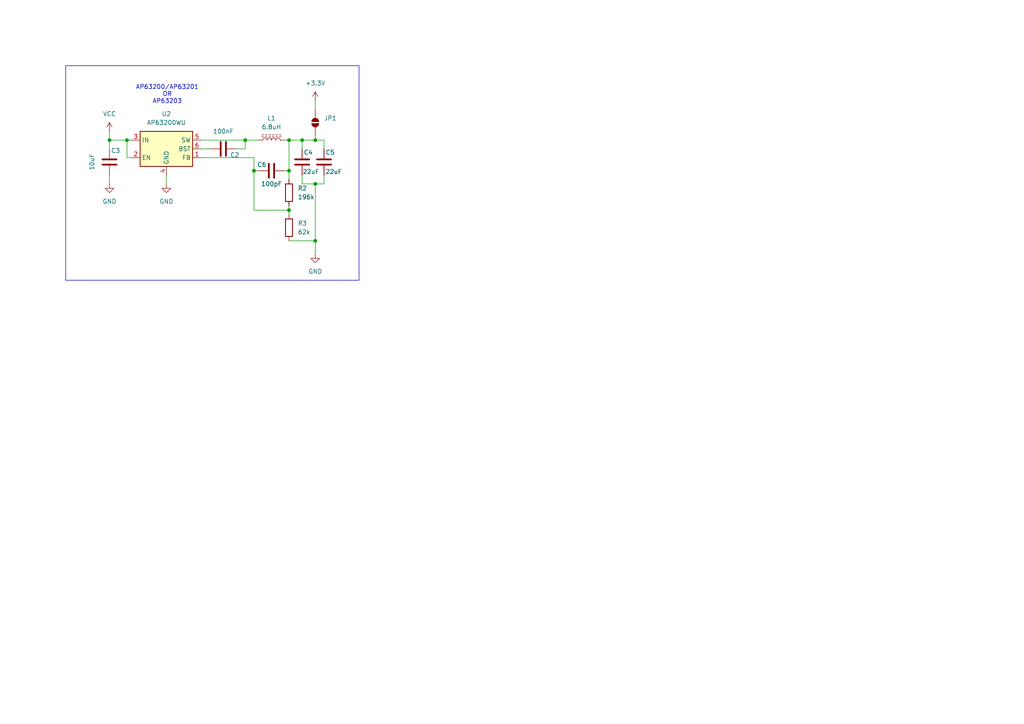
<source format=kicad_sch>
(kicad_sch (version 20250114) (generator "eeschema") (generator_version "9.0")
  (paper "A4")
  (lib_symbols
    (symbol "Device:C" (pin_numbers (hide yes)) (pin_names (offset 0.254))
      (property "Reference" "C" (at 0.635 2.54 0))
      (property "Value" "C" (at 0.635 -2.54 0))
      (symbol "C_0_1"
        (polyline (pts (xy -2.032 0.762) (xy 2.032 0.762)) (stroke (width 0.508)))
        (polyline (pts (xy -2.032 -0.762) (xy 2.032 -0.762)) (stroke (width 0.508)))
      )
      (symbol "C_1_1"
        (pin passive line (at 0 3.81 270) (length 2.794) (name "~") (number "1"))
        (pin passive line (at 0 -3.81 90) (length 2.794) (name "~") (number "2"))
      )
    )
    (symbol "Device:L_Ferrite" (pin_numbers (hide yes)) (pin_names (offset 1.016) (hide yes))
      (property "Reference" "L" (at -1.27 0 90))
      (property "Value" "L_Ferrite" (at 2.794 0 90))
      (symbol "L_Ferrite_0_1"
        (arc (start 0 2.54) (mid 0.6323 1.905) (end 0 1.27))
        (arc (start 0 1.27) (mid 0.6323 0.635) (end 0 0))
        (arc (start 0 0) (mid 0.6323 -0.635) (end 0 -1.27))
        (arc (start 0 -1.27) (mid 0.6323 -1.905) (end 0 -2.54))
        (polyline (pts (xy 1.016 2.286) (xy 1.016 2.794)))
        (polyline (pts (xy 1.016 1.27) (xy 1.016 1.778)))
        (polyline (pts (xy 1.016 0.254) (xy 1.016 0.762)))
        (polyline (pts (xy 1.016 -0.762) (xy 1.016 -0.254)))
        (polyline (pts (xy 1.016 -1.778) (xy 1.016 -1.27)))
        (polyline (pts (xy 1.016 -2.794) (xy 1.016 -2.286)))
        (polyline (pts (xy 1.524 2.794) (xy 1.524 2.286)))
        (polyline (pts (xy 1.524 1.778) (xy 1.524 1.27)))
        (polyline (pts (xy 1.524 0.762) (xy 1.524 0.254)))
        (polyline (pts (xy 1.524 -0.254) (xy 1.524 -0.762)))
        (polyline (pts (xy 1.524 -1.27) (xy 1.524 -1.778)))
        (polyline (pts (xy 1.524 -2.286) (xy 1.524 -2.794)))
      )
      (symbol "L_Ferrite_1_1"
        (pin passive line (at 0 3.81 270) (length 1.27) (name "1") (number "1"))
        (pin passive line (at 0 -3.81 90) (length 1.27) (name "2") (number "2"))
      )
    )
    (symbol "Device:R" (pin_numbers (hide yes)) (pin_names (offset 0))
      (property "Reference" "R" (at 2.032 0 90))
      (property "Value" "R" (at 0 0 90))
      (symbol "R_0_1"
        (rectangle (start -1.016 -2.54) (end 1.016 2.54) (stroke (width 0.254)))
      )
      (symbol "R_1_1"
        (pin passive line (at 0 3.81 270) (length 1.27) (name "~") (number "1"))
        (pin passive line (at 0 -3.81 90) (length 1.27) (name "~") (number "2"))
      )
    )
    (symbol "Jumper:SolderJumper_2_Open" (pin_numbers (hide yes)) (pin_names (offset 0) (hide yes)) (in_bom no)
      (property "Reference" "JP" (at 0 2.032 0))
      (property "Value" "SolderJumper_2_Open" (at 0 -2.54 0))
      (symbol "SolderJumper_2_Open_0_1"
        (polyline (pts (xy -0.254 1.016) (xy -0.254 -1.016)))
        (arc (start -0.254 -1.016) (mid -1.2656 0) (end -0.254 1.016))
        (arc (start -0.254 -1.016) (mid -1.2656 0) (end -0.254 1.016) (fill (type outline)))
        (arc (start 0.254 1.016) (mid 1.2656 0) (end 0.254 -1.016))
        (arc (start 0.254 1.016) (mid 1.2656 0) (end 0.254 -1.016) (fill (type outline)))
        (polyline (pts (xy 0.254 1.016) (xy 0.254 -1.016)))
      )
      (symbol "SolderJumper_2_Open_1_1"
        (pin passive line (at -3.81 0 0) (length 2.54) (name "A") (number "1"))
        (pin passive line (at 3.81 0 180) (length 2.54) (name "B") (number "2"))
      )
    )
    (symbol "Regulator_Switching:AP63200WU"
      (property "Reference" "U" (at -7.62 6.35 0))
      (property "Value" "AP63200WU" (at 2.54 6.35 0))
      (symbol "AP63200WU_0_1"
        (rectangle (start -7.62 5.08) (end 7.62 -5.08) (stroke (width 0.254)) (fill (type background)))
      )
      (symbol "AP63200WU_1_1"
        (pin power_in line (at -10.16 2.54 0) (length 2.54) (name "IN") (number "3"))
        (pin input line (at -10.16 -2.54 0) (length 2.54) (name "EN") (number "2"))
        (pin power_in line (at 0 -7.62 90) (length 2.54) (name "GND") (number "4"))
        (pin output line (at 10.16 2.54 180) (length 2.54) (name "SW") (number "5"))
        (pin passive line (at 10.16 0 180) (length 2.54) (name "BST") (number "6"))
        (pin input line (at 10.16 -2.54 180) (length 2.54) (name "FB") (number "1"))
      )
    )
    (symbol "power:+3.3V" (power) (pin_numbers (hide yes)) (pin_names (offset 0) (hide yes))
      (property "Value" "+3.3V" (at 0 3.556 0))
      (symbol "+3.3V_0_1"
        (polyline (pts (xy -0.762 1.27) (xy 0 2.54)))
        (polyline (pts (xy 0 2.54) (xy 0.762 1.27)))
        (polyline (pts (xy 0 0) (xy 0 2.54)))
      )
      (symbol "+3.3V_1_1"
        (pin power_in line (at 0 0 90) (length 0) (name "~") (number "1"))
      )
    )
    (symbol "power:GND" (power) (pin_numbers (hide yes)) (pin_names (offset 0) (hide yes))
      (property "Value" "GND" (at 0 -3.81 0))
      (symbol "GND_0_1"
        (polyline (pts (xy 0 0) (xy 0 -1.27) (xy 1.27 -1.27) (xy 0 -2.54) (xy -1.27 -1.27) (xy 0 -1.27)))
      )
      (symbol "GND_1_1"
        (pin power_in line (at 0 0 270) (length 0) (name "~") (number "1"))
      )
    )
    (symbol "power:VCC" (power) (pin_numbers (hide yes)) (pin_names (offset 0) (hide yes))
      (property "Value" "VCC" (at 0 3.556 0))
      (symbol "VCC_0_1"
        (polyline (pts (xy -0.762 1.27) (xy 0 2.54)))
        (polyline (pts (xy 0 2.54) (xy 0.762 1.27)))
        (polyline (pts (xy 0 0) (xy 0 2.54)))
      )
      (symbol "VCC_1_1"
        (pin power_in line (at 0 0 90) (length 0) (name "~") (number "1"))
      )
    )
  )
  (rectangle (start 19.05 19.05) (end 104.14 81.28))
  (text "AP63200/AP63201\nOR\nAP63203" (at 48.514 27.432 0) (effects (font (size 1.27 1.27))))
  (junction (at 83.82 40.64))
  (junction (at 91.44 69.85))
  (junction (at 31.75 40.64))
  (junction (at 91.44 40.64))
  (junction (at 73.66 49.53))
  (junction (at 36.83 40.64))
  (junction (at 91.44 53.34))
  (junction (at 71.12 40.64))
  (junction (at 83.82 49.53))
  (junction (at 83.82 60.96))
  (junction (at 87.63 40.64))
  (wire (pts (xy 83.82 60.96) (xy 83.82 62.23)))
  (wire (pts (xy 73.66 60.96) (xy 83.82 60.96)))
  (wire (pts (xy 87.63 53.34) (xy 87.63 50.8)))
  (wire (pts (xy 83.82 40.64) (xy 87.63 40.64)))
  (wire (pts (xy 36.83 45.72) (xy 36.83 40.64)))
  (wire (pts (xy 93.98 40.64) (xy 93.98 43.18)))
  (wire (pts (xy 91.44 40.64) (xy 93.98 40.64)))
  (wire (pts (xy 91.44 29.21) (xy 91.44 31.75)))
  (wire (pts (xy 31.75 50.8) (xy 31.75 53.34)))
  (wire (pts (xy 38.1 45.72) (xy 36.83 45.72)))
  (wire (pts (xy 58.42 45.72) (xy 73.66 45.72)))
  (wire (pts (xy 73.66 49.53) (xy 73.66 60.96)))
  (wire (pts (xy 71.12 40.64) (xy 74.93 40.64)))
  (wire (pts (xy 91.44 53.34) (xy 91.44 69.85)))
  (wire (pts (xy 73.66 45.72) (xy 73.66 49.53)))
  (wire (pts (xy 31.75 40.64) (xy 36.83 40.64)))
  (wire (pts (xy 83.82 40.64) (xy 83.82 49.53)))
  (wire (pts (xy 48.26 50.8) (xy 48.26 53.34)))
  (wire (pts (xy 73.66 49.53) (xy 74.93 49.53)))
  (wire (pts (xy 91.44 53.34) (xy 87.63 53.34)))
  (wire (pts (xy 82.55 40.64) (xy 83.82 40.64)))
  (wire (pts (xy 83.82 49.53) (xy 83.82 52.07)))
  (wire (pts (xy 93.98 53.34) (xy 91.44 53.34)))
  (wire (pts (xy 82.55 49.53) (xy 83.82 49.53)))
  (wire (pts (xy 83.82 69.85) (xy 91.44 69.85)))
  (wire (pts (xy 68.58 43.18) (xy 71.12 43.18)))
  (wire (pts (xy 58.42 43.18) (xy 60.96 43.18)))
  (wire (pts (xy 87.63 40.64) (xy 87.63 43.18)))
  (wire (pts (xy 31.75 38.1) (xy 31.75 40.64)))
  (wire (pts (xy 87.63 40.64) (xy 91.44 40.64)))
  (wire (pts (xy 31.75 40.64) (xy 31.75 43.18)))
  (wire (pts (xy 36.83 40.64) (xy 38.1 40.64)))
  (wire (pts (xy 58.42 40.64) (xy 71.12 40.64)))
  (wire (pts (xy 91.44 69.85) (xy 91.44 73.66)))
  (wire (pts (xy 93.98 50.8) (xy 93.98 53.34)))
  (wire (pts (xy 71.12 43.18) (xy 71.12 40.64)))
  (wire (pts (xy 91.44 39.37) (xy 91.44 40.64)))
  (wire (pts (xy 83.82 59.69) (xy 83.82 60.96)))
  (symbol (lib_id "power:GND") (at 48.26 53.34 0) (unit 1)
    (property "Reference" "#PWR13" (effects (hide yes)))
    (property "Value" "GND" (at 48.26 58.42 0))
    (property "Description" "Power symbol creates a global label with name \"GND\" , ground" (effects (hide yes)))
  )
  (symbol (lib_id "power:GND") (at 91.44 73.66 0) (unit 1)
    (property "Reference" "#PWR15" (effects (hide yes)))
    (property "Value" "GND" (at 91.44 78.74 0))
    (property "Description" "Power symbol creates a global label with name \"GND\" , ground" (effects (hide yes)))
  )
  (symbol (lib_id "Device:C") (at 78.74 49.53 270) (unit 1)
    (property "Reference" "C6" (at 75.946 47.752 90))
    (property "Value" "100pF" (at 78.74 53.34 90))
    (property "Description" "Unpolarized capacitor" (effects (hide yes)))
  )
  (symbol (lib_id "Device:C") (at 87.63 46.99 180) (unit 1)
    (property "Reference" "C4" (at 89.408 44.196 0))
    (property "Value" "22uF" (at 90.17 49.784 0))
    (property "Description" "Unpolarized capacitor" (effects (hide yes)))
  )
  (symbol (lib_id "Regulator_Switching:AP63200WU") (at 48.26 43.18 0) (unit 1)
    (property "Reference" "U2" (at 48.26 33.02 0))
    (property "Value" "AP63200WU" (at 48.26 35.56 0))
    (property "Footprint" "Package_TO_SOT_SMD:TSOT-23-6" (effects (hide yes)))
    (property "Datasheet" "https://www.diodes.com/assets/Datasheets/AP63200-AP63201-AP63203-AP63205.pdf" (effects (hide yes)))
    (property "Description" "2A, 500kHz Buck DC/DC Converter, adjustable output voltage, TSOT-23-6" (effects (hide yes)))
  )
  (symbol (lib_id "power:+3.3V") (at 91.44 29.21 0) (unit 1)
    (property "Reference" "#PWR1" (effects (hide yes)))
    (property "Value" "+3.3V" (at 91.44 24.13 0))
    (property "Description" "Power symbol creates a global label with name \"+3.3V\"" (effects (hide yes)))
  )
  (symbol (lib_id "Device:R") (at 83.82 66.04 0) (unit 1)
    (property "Reference" "R3" (at 86.36 64.7699 0) (effects (justify left)))
    (property "Value" "62k" (at 86.36 67.3099 0) (effects (justify left)))
    (property "Description" "Resistor" (effects (hide yes)))
  )
  (symbol (lib_id "Device:R") (at 83.82 55.88 0) (unit 1)
    (property "Reference" "R2" (at 86.36 54.6099 0) (effects (justify left)))
    (property "Value" "196k" (at 86.36 57.1499 0) (effects (justify left)))
    (property "Description" "Resistor" (effects (hide yes)))
  )
  (symbol (lib_id "power:GND") (at 31.75 53.34 0) (unit 1)
    (property "Reference" "#PWR14" (effects (hide yes)))
    (property "Value" "GND" (at 31.75 58.42 0))
    (property "Description" "Power symbol creates a global label with name \"GND\" , ground" (effects (hide yes)))
  )
  (symbol (lib_id "Device:C") (at 64.77 43.18 90) (unit 1)
    (property "Reference" "C2" (at 68.072 44.958 90))
    (property "Value" "100nF" (at 64.77 38.1 90))
    (property "Description" "Unpolarized capacitor" (effects (hide yes)))
  )
  (symbol (lib_id "power:VCC") (at 31.75 38.1 0) (unit 1)
    (property "Reference" "#PWR12" (effects (hide yes)))
    (property "Value" "VCC" (at 31.75 33.02 0))
    (property "Description" "Power symbol creates a global label with name \"VCC\"" (effects (hide yes)))
  )
  (symbol (lib_id "Device:C") (at 93.98 46.99 180) (unit 1)
    (property "Reference" "C5" (at 95.758 44.196 0))
    (property "Value" "22uF" (at 96.774 49.784 0))
    (property "Description" "Unpolarized capacitor" (effects (hide yes)))
  )
  (symbol (lib_id "Device:C") (at 31.75 46.99 180) (unit 1)
    (property "Reference" "C3" (at 33.528 43.688 0))
    (property "Value" "10uF" (at 26.67 46.99 90))
    (property "Description" "Unpolarized capacitor" (effects (hide yes)))
    (property "Voltage" "50V" (effects (hide yes)))
  )
  (symbol (lib_id "Jumper:SolderJumper_2_Open") (at 91.44 35.56 90) (unit 1) (in_bom no)
    (property "Reference" "JP1" (at 93.98 34.2899 90) (effects (justify right)))
    (property "Value" "SolderJumper_2_Open" (effects (hide yes)))
    (property "Footprint" "Jumper:SolderJumper-2_P1.3mm_Open_RoundedPad1.0x1.5mm" (effects (hide yes)))
    (property "Description" "Solder Jumper, 2-pole, open" (effects (hide yes)))
  )
  (symbol (lib_id "Device:L_Ferrite") (at 78.74 40.64 90) (unit 1)
    (property "Reference" "L1" (at 78.74 34.29 90))
    (property "Value" "6.8uH" (at 78.74 36.83 90))
    (property "Description" "Inductor with ferrite core" (effects (hide yes)))
  )
)
</source>
